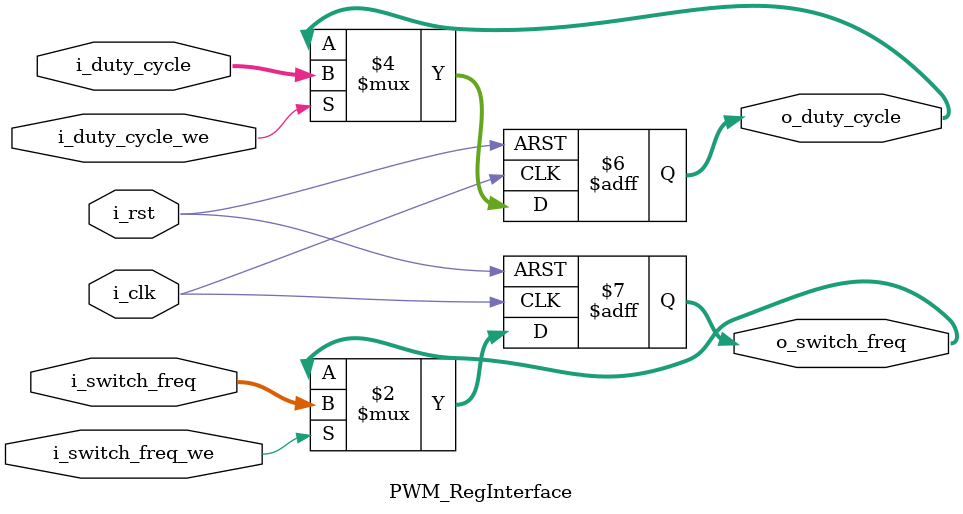
<source format=v>
module PWM_RegInterface 
#(parameter R = 8)
(
  input                  i_clk,
  input                  i_rst,
  input      [R-1:0] i_duty_cycle,      // New duty cycle value
  input                  i_duty_cycle_we,   // Write enable for duty cycle
  input      [R-1:0] i_switch_freq,     // New switching frequency value
  input                  i_switch_freq_we,  // Write enable for switching frequency
  output reg [R-1:0] o_duty_cycle,      // Current duty cycle
  output reg [R-1:0] o_switch_freq      // Current switching frequency
);

  // Registers to hold current values
  always @(posedge i_clk or posedge i_rst) begin
    if (i_rst) begin

      o_duty_cycle  <= 'h0;
      o_switch_freq <= 'h0;
    end else begin
      if (i_duty_cycle_we) begin
        o_duty_cycle <= i_duty_cycle;
      end
      if (i_switch_freq_we) begin
        o_switch_freq <= i_switch_freq;
      end
    end
  end

endmodule

</source>
